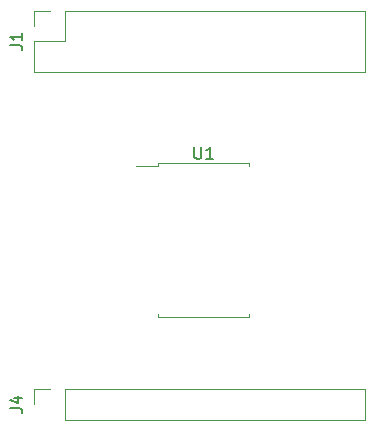
<source format=gbr>
G04 #@! TF.GenerationSoftware,KiCad,Pcbnew,5.1.9*
G04 #@! TF.CreationDate,2021-04-03T20:04:09+02:00*
G04 #@! TF.ProjectId,driverboard,64726976-6572-4626-9f61-72642e6b6963,rev?*
G04 #@! TF.SameCoordinates,Original*
G04 #@! TF.FileFunction,Legend,Top*
G04 #@! TF.FilePolarity,Positive*
%FSLAX46Y46*%
G04 Gerber Fmt 4.6, Leading zero omitted, Abs format (unit mm)*
G04 Created by KiCad (PCBNEW 5.1.9) date 2021-04-03 20:04:09*
%MOMM*%
%LPD*%
G01*
G04 APERTURE LIST*
%ADD10C,0.120000*%
%ADD11C,0.150000*%
G04 APERTURE END LIST*
D10*
X98670000Y-103870000D02*
X98670000Y-101270000D01*
X98670000Y-103870000D02*
X126730000Y-103870000D01*
X126730000Y-103870000D02*
X126730000Y-98670000D01*
X101270000Y-98670000D02*
X126730000Y-98670000D01*
X101270000Y-101270000D02*
X101270000Y-98670000D01*
X98670000Y-101270000D02*
X101270000Y-101270000D01*
X98670000Y-98670000D02*
X100000000Y-98670000D01*
X98670000Y-100000000D02*
X98670000Y-98670000D01*
X101270000Y-133330000D02*
X101270000Y-130670000D01*
X101270000Y-133330000D02*
X126730000Y-133330000D01*
X126730000Y-133330000D02*
X126730000Y-130670000D01*
X101270000Y-130670000D02*
X126730000Y-130670000D01*
X98670000Y-130670000D02*
X100000000Y-130670000D01*
X98670000Y-132000000D02*
X98670000Y-130670000D01*
X113030000Y-124620000D02*
X116890000Y-124620000D01*
X116890000Y-124620000D02*
X116890000Y-124385000D01*
X113030000Y-124620000D02*
X109170000Y-124620000D01*
X109170000Y-124620000D02*
X109170000Y-124385000D01*
X113030000Y-111600000D02*
X116890000Y-111600000D01*
X116890000Y-111600000D02*
X116890000Y-111835000D01*
X113030000Y-111600000D02*
X109170000Y-111600000D01*
X109170000Y-111600000D02*
X109170000Y-111835000D01*
X109170000Y-111835000D02*
X107355000Y-111835000D01*
D11*
X96682380Y-101603333D02*
X97396666Y-101603333D01*
X97539523Y-101650952D01*
X97634761Y-101746190D01*
X97682380Y-101889047D01*
X97682380Y-101984285D01*
X97682380Y-100603333D02*
X97682380Y-101174761D01*
X97682380Y-100889047D02*
X96682380Y-100889047D01*
X96825238Y-100984285D01*
X96920476Y-101079523D01*
X96968095Y-101174761D01*
X96682380Y-132333333D02*
X97396666Y-132333333D01*
X97539523Y-132380952D01*
X97634761Y-132476190D01*
X97682380Y-132619047D01*
X97682380Y-132714285D01*
X97015714Y-131428571D02*
X97682380Y-131428571D01*
X96634761Y-131666666D02*
X97349047Y-131904761D01*
X97349047Y-131285714D01*
X112268095Y-110212380D02*
X112268095Y-111021904D01*
X112315714Y-111117142D01*
X112363333Y-111164761D01*
X112458571Y-111212380D01*
X112649047Y-111212380D01*
X112744285Y-111164761D01*
X112791904Y-111117142D01*
X112839523Y-111021904D01*
X112839523Y-110212380D01*
X113839523Y-111212380D02*
X113268095Y-111212380D01*
X113553809Y-111212380D02*
X113553809Y-110212380D01*
X113458571Y-110355238D01*
X113363333Y-110450476D01*
X113268095Y-110498095D01*
M02*

</source>
